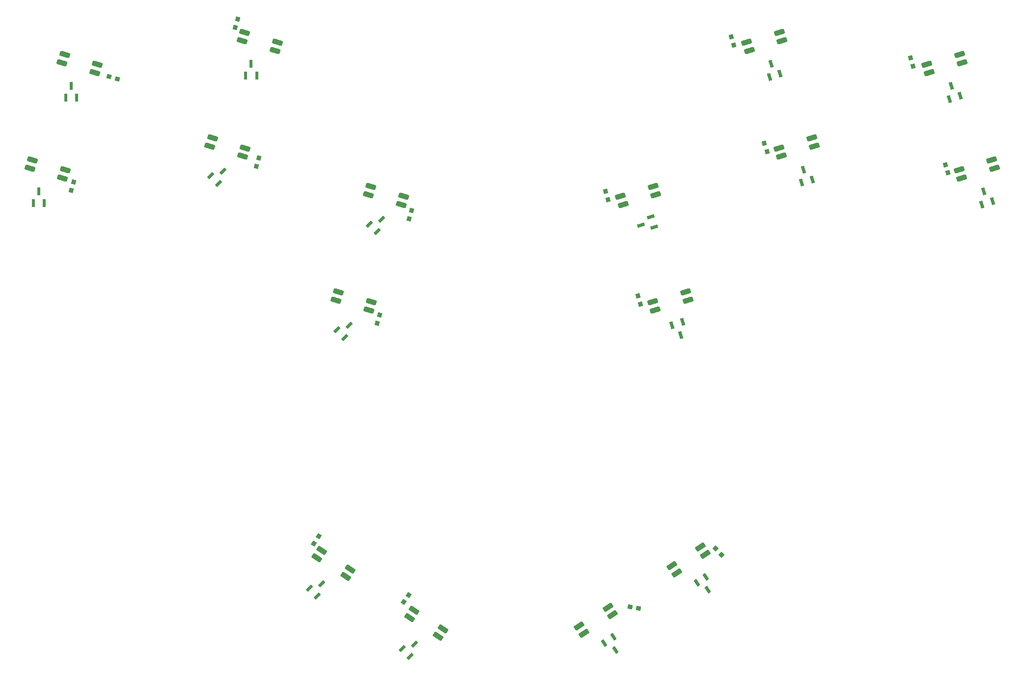
<source format=gbp>
G04 #@! TF.GenerationSoftware,KiCad,Pcbnew,(6.0.10)*
G04 #@! TF.CreationDate,2023-07-31T18:02:39+01:00*
G04 #@! TF.ProjectId,magnetonekeys,6d61676e-6574-46f6-9e65-6b6579732e6b,rev?*
G04 #@! TF.SameCoordinates,Original*
G04 #@! TF.FileFunction,Paste,Bot*
G04 #@! TF.FilePolarity,Positive*
%FSLAX46Y46*%
G04 Gerber Fmt 4.6, Leading zero omitted, Abs format (unit mm)*
G04 Created by KiCad (PCBNEW (6.0.10)) date 2023-07-31 18:02:39*
%MOMM*%
%LPD*%
G01*
G04 APERTURE LIST*
G04 Aperture macros list*
%AMRoundRect*
0 Rectangle with rounded corners*
0 $1 Rounding radius*
0 $2 $3 $4 $5 $6 $7 $8 $9 X,Y pos of 4 corners*
0 Add a 4 corners polygon primitive as box body*
4,1,4,$2,$3,$4,$5,$6,$7,$8,$9,$2,$3,0*
0 Add four circle primitives for the rounded corners*
1,1,$1+$1,$2,$3*
1,1,$1+$1,$4,$5*
1,1,$1+$1,$6,$7*
1,1,$1+$1,$8,$9*
0 Add four rect primitives between the rounded corners*
20,1,$1+$1,$2,$3,$4,$5,0*
20,1,$1+$1,$4,$5,$6,$7,0*
20,1,$1+$1,$6,$7,$8,$9,0*
20,1,$1+$1,$8,$9,$2,$3,0*%
%AMRotRect*
0 Rectangle, with rotation*
0 The origin of the aperture is its center*
0 $1 length*
0 $2 width*
0 $3 Rotation angle, in degrees counterclockwise*
0 Add horizontal line*
21,1,$1,$2,0,0,$3*%
G04 Aperture macros list end*
%ADD10RoundRect,0.225000X0.443559X0.556332X-0.688646X-0.178930X-0.443559X-0.556332X0.688646X0.178930X0*%
%ADD11RoundRect,0.225000X-0.579722X-0.412519X0.711289X-0.017818X0.579722X0.412519X-0.711289X0.017818X0*%
%ADD12RoundRect,0.225000X-0.688646X0.178930X0.443559X-0.556332X0.688646X-0.178930X-0.443559X0.556332X0*%
%ADD13RoundRect,0.225000X-0.711289X-0.017818X0.579722X-0.412519X0.711289X0.017818X-0.579722X0.412519X0*%
%ADD14RoundRect,0.225000X0.711289X0.017818X-0.579722X0.412519X-0.711289X-0.017818X0.579722X-0.412519X0*%
%ADD15RotRect,0.800000X0.750000X56.000000*%
%ADD16RotRect,0.800000X0.750000X253.000000*%
%ADD17RoundRect,0.039200X0.405935X-0.504145X0.054621X0.644951X-0.405935X0.504145X-0.054621X-0.644951X0*%
%ADD18RoundRect,0.039200X-0.405935X0.504145X-0.054621X-0.644951X0.405935X-0.504145X0.054621X0.644951X0*%
%ADD19RotRect,0.800000X0.750000X73.000000*%
%ADD20RotRect,0.800000X0.750000X343.000000*%
%ADD21RotRect,0.800000X0.750000X107.000000*%
%ADD22RotRect,0.800000X0.750000X316.000000*%
%ADD23RoundRect,0.039200X-0.254558X-0.595101X0.595101X0.254558X0.254558X0.595101X-0.595101X-0.254558X0*%
%ADD24RoundRect,0.039200X-0.529171X0.372724X0.125267X-0.635022X0.529171X-0.372724X-0.125267X0.635022X0*%
%ADD25RoundRect,0.039200X0.240800X-0.600800X0.240800X0.600800X-0.240800X0.600800X-0.240800X-0.600800X0*%
%ADD26RoundRect,0.039200X0.504145X0.405935X-0.644951X0.054621X-0.504145X-0.405935X0.644951X-0.054621X0*%
%ADD27RotRect,0.800000X0.750000X348.000000*%
G04 APERTURE END LIST*
D10*
X170897849Y-138676266D03*
X170080891Y-137418260D03*
X165132734Y-140631631D03*
X165949693Y-141889637D03*
D11*
X177834270Y-84708118D03*
X178272827Y-86142575D03*
X183915026Y-84417582D03*
X183476468Y-82983125D03*
D10*
X186874524Y-128300894D03*
X186057566Y-127042888D03*
X181109409Y-130256259D03*
X181926368Y-131514265D03*
D12*
X120730501Y-127594311D03*
X119913543Y-128852317D03*
X124861699Y-132065688D03*
X125678658Y-130807682D03*
D13*
X107482650Y-38193391D03*
X107044092Y-39627848D03*
X112686291Y-41352841D03*
X113124848Y-39918384D03*
D14*
X81646762Y-45143390D03*
X82085319Y-43708933D03*
X76443121Y-41983940D03*
X76004563Y-43418397D03*
X134443018Y-67924969D03*
X134881575Y-66490512D03*
X129239377Y-64765519D03*
X128800819Y-66199976D03*
D12*
X136707175Y-137969685D03*
X135890217Y-139227691D03*
X140838373Y-142441062D03*
X141655332Y-141183056D03*
D14*
X107116610Y-59570447D03*
X107555167Y-58135990D03*
X101912969Y-56410997D03*
X101474411Y-57845454D03*
D11*
X172264591Y-66490512D03*
X172703148Y-67924969D03*
X178345347Y-66199976D03*
X177906789Y-64765519D03*
D14*
X128873339Y-86142575D03*
X129311896Y-84708118D03*
X123669698Y-82983125D03*
X123231140Y-84417582D03*
D11*
X194021318Y-39918384D03*
X194459875Y-41352841D03*
X200102074Y-39627848D03*
X199663516Y-38193391D03*
X225060847Y-43708933D03*
X225499404Y-45143390D03*
X231141603Y-43418397D03*
X230703045Y-41983940D03*
X230630528Y-61926539D03*
X231069085Y-63360996D03*
X236711284Y-61636003D03*
X236272726Y-60201546D03*
X199590999Y-58135990D03*
X200029556Y-59570447D03*
X205671755Y-57845454D03*
X205233197Y-56410997D03*
D14*
X76077081Y-63360996D03*
X76515638Y-61926539D03*
X70873440Y-60201546D03*
X70434882Y-61636003D03*
D15*
X119405855Y-126408028D03*
X120244645Y-125164472D03*
D16*
X78036333Y-64025526D03*
X77597775Y-65459984D03*
D17*
X230794644Y-49124152D03*
X228977664Y-49679658D03*
X229286792Y-47441481D03*
D18*
X181151725Y-88718419D03*
X182968705Y-88162913D03*
X182659577Y-90401090D03*
D19*
X105844432Y-37367402D03*
X106282990Y-35932944D03*
D17*
X199755115Y-45333603D03*
X197938135Y-45889109D03*
X198247263Y-43650932D03*
X205324796Y-63551209D03*
X203507816Y-64106715D03*
X203816944Y-61868538D03*
D20*
X84104896Y-45795096D03*
X85539354Y-46233654D03*
D21*
X170119106Y-67088510D03*
X169680548Y-65654052D03*
D22*
X188629617Y-127289442D03*
X189708627Y-128331430D03*
D21*
X222725929Y-43993219D03*
X222287371Y-42558761D03*
D16*
X136280779Y-68937771D03*
X135842221Y-70372229D03*
D23*
X130302916Y-72599808D03*
X128959413Y-71256305D03*
X131080733Y-70478488D03*
D24*
X169427066Y-143572165D03*
X171020540Y-142537351D03*
X171340313Y-144774032D03*
D21*
X197503504Y-58754128D03*
X197064946Y-57319670D03*
X175696202Y-85069816D03*
X175257644Y-83635358D03*
D16*
X130760154Y-86969021D03*
X130321596Y-88403479D03*
X109905838Y-59906254D03*
X109467280Y-61340712D03*
D25*
X78509693Y-49446693D03*
X76609693Y-49446693D03*
X77559693Y-47396693D03*
D26*
X177492676Y-69995101D03*
X178048182Y-71812081D03*
X175810005Y-71502953D03*
D17*
X236364325Y-67341758D03*
X234547345Y-67897264D03*
X234856473Y-65659087D03*
D23*
X124733237Y-90817414D03*
X123389734Y-89473911D03*
X125511054Y-88696094D03*
X135952975Y-145862356D03*
X134609472Y-144518853D03*
X136730792Y-143741036D03*
D27*
X173924802Y-137312187D03*
X175392024Y-137624055D03*
D21*
X228679059Y-62447922D03*
X228240501Y-61013464D03*
X191769653Y-40421341D03*
X191331095Y-38986883D03*
D25*
X72940012Y-67664299D03*
X71040012Y-67664299D03*
X71990012Y-65614299D03*
D23*
X102976508Y-64245286D03*
X101633005Y-62901783D03*
X103754325Y-62123966D03*
D15*
X134883972Y-136508541D03*
X135722762Y-135264985D03*
D24*
X185403741Y-133196793D03*
X186997215Y-132161979D03*
X187316988Y-134398660D03*
D23*
X119976301Y-135486982D03*
X118632798Y-134143479D03*
X120754118Y-133365662D03*
D25*
X109549222Y-45656144D03*
X107649222Y-45656144D03*
X108599222Y-43606144D03*
M02*

</source>
